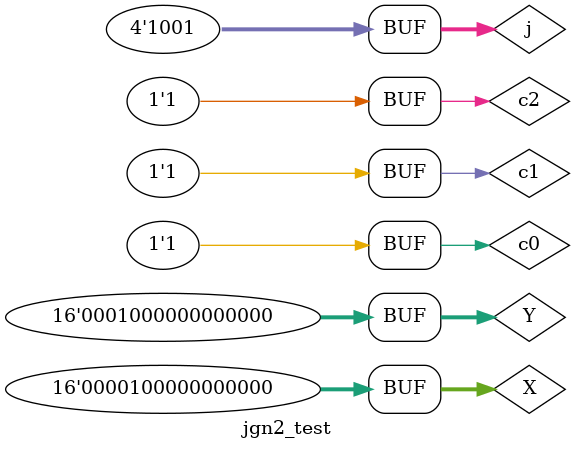
<source format=v>
`timescale 1ns / 1ps


module jgn2_test;

	// Inputs
	reg c2;
	reg c1;
	reg c0;
	reg [15:0] X;
	reg [15:0] Y;
	reg [3:0] j;

	// Outputs
	wire [15:0] Xnew;
	wire [15:0] Ynew;

	// Instantiate the Unit Under Test (UUT)
	jgn2 uut (
		.c2(c2), 
		.c1(c1), 
		.c0(c0), 
		.X(X), 
		.Y(Y), 
		.Xnew(Xnew), 
		.Ynew(Ynew), 
		.j(j)
	);

	initial begin
		// Initialize Inputs
		c2 = 0;
		c1 = 0;
		c0 = 0;
		X = 0;
		Y = 0;
		j = 0;

		// Wait 100 ns for global reset to finish
		#100;
        
		// Add stimulus here
		c2 = 1;
		c1 = 1;
		c0 = 1;
		X = 2048;
		Y = 4096;
		j = 9;
	end
      
endmodule


</source>
